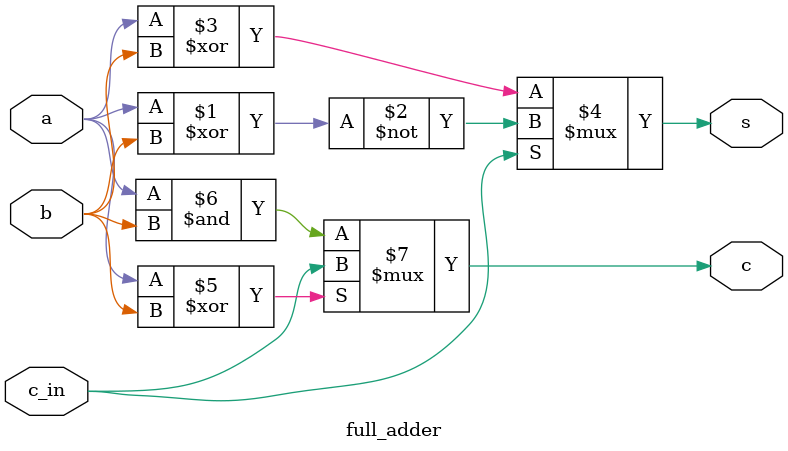
<source format=sv>
module full_adder (
  input  logic a, b, c_in,
  output logic s, c
);

  assign s = c_in ? ~(a^b) : (a^b);
  assign c = (a^b)? c_in : (a&b);

endmodule

</source>
